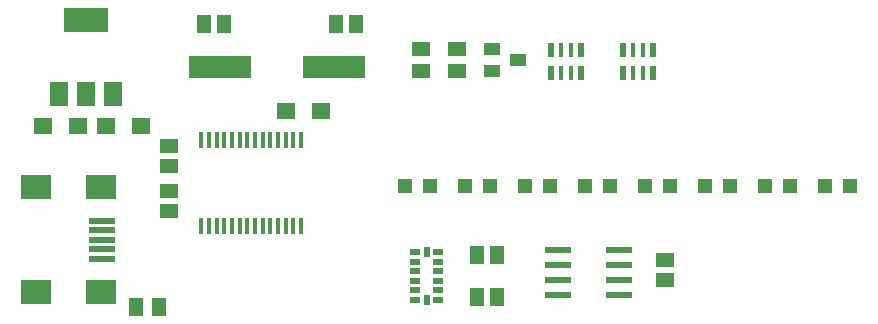
<source format=gbr>
G04 EAGLE Gerber RS-274X export*
G75*
%MOMM*%
%FSLAX34Y34*%
%LPD*%
%INSolderpaste Top*%
%IPPOS*%
%AMOC8*
5,1,8,0,0,1.08239X$1,22.5*%
G01*
%ADD10R,1.300000X1.500000*%
%ADD11R,2.500000X2.000000*%
%ADD12R,2.300000X0.500000*%
%ADD13R,1.500000X2.000000*%
%ADD14R,3.800000X2.000000*%
%ADD15R,1.600000X1.400000*%
%ADD16R,0.900000X0.600000*%
%ADD17R,0.600000X0.900000*%
%ADD18R,0.348000X1.397000*%
%ADD19R,5.334000X1.930400*%
%ADD20R,1.500000X1.300000*%
%ADD21R,0.440000X1.150000*%
%ADD22R,0.630000X1.150000*%
%ADD23R,1.200000X1.200000*%
%ADD24R,2.200000X0.600000*%
%ADD25R,1.400000X1.000000*%


D10*
X131420Y34290D03*
X112420Y34290D03*
D11*
X82150Y46940D03*
X82150Y135940D03*
X27150Y46940D03*
X27150Y135940D03*
D12*
X83150Y91440D03*
X83150Y83440D03*
X83150Y99440D03*
X83150Y107440D03*
X83150Y75440D03*
D13*
X46850Y214880D03*
X69850Y214880D03*
X92850Y214880D03*
D14*
X69850Y277880D03*
D15*
X86600Y187960D03*
X116600Y187960D03*
X63260Y187960D03*
X33260Y187960D03*
D16*
X368140Y40960D03*
X368140Y48960D03*
X368140Y56960D03*
X368140Y64960D03*
X368140Y72960D03*
X368140Y80960D03*
D17*
X358140Y80960D03*
D16*
X348140Y80960D03*
X348140Y72960D03*
X348140Y64960D03*
X348140Y56960D03*
X348140Y48960D03*
X348140Y40960D03*
D17*
X358140Y40960D03*
D18*
X251800Y103140D03*
X245300Y103140D03*
X238800Y103140D03*
X232300Y103140D03*
X225800Y103140D03*
X219300Y103140D03*
X212800Y103140D03*
X199800Y103140D03*
X206300Y103140D03*
X193300Y103140D03*
X186800Y103140D03*
X180300Y103140D03*
X173800Y103140D03*
X167300Y103140D03*
X251800Y176260D03*
X245300Y176260D03*
X238800Y176260D03*
X232300Y176260D03*
X225800Y176260D03*
X219300Y176260D03*
X212800Y176260D03*
X206300Y176260D03*
X199800Y176260D03*
X193300Y176260D03*
X186800Y176260D03*
X180300Y176260D03*
X173800Y176260D03*
X167300Y176260D03*
D15*
X239000Y200660D03*
X269000Y200660D03*
D19*
X279400Y237490D03*
X182880Y237490D03*
D10*
X298060Y274320D03*
X281060Y274320D03*
X169300Y274320D03*
X186300Y274320D03*
D20*
X139700Y171060D03*
X139700Y154060D03*
X139700Y115960D03*
X139700Y132960D03*
D10*
X400440Y43180D03*
X417440Y43180D03*
X400440Y78740D03*
X417440Y78740D03*
D21*
X533210Y252320D03*
X541210Y252320D03*
X541210Y232820D03*
X533210Y232820D03*
D22*
X550160Y252320D03*
X550160Y232820D03*
X524260Y232820D03*
X524260Y252320D03*
D21*
X472250Y252320D03*
X480250Y252320D03*
X480250Y232820D03*
X472250Y232820D03*
D22*
X489200Y252320D03*
X489200Y232820D03*
X463300Y232820D03*
X463300Y252320D03*
D23*
X340020Y137160D03*
X361020Y137160D03*
X390820Y137160D03*
X411820Y137160D03*
X441620Y137160D03*
X462620Y137160D03*
X492420Y137160D03*
X513420Y137160D03*
X543220Y137160D03*
X564220Y137160D03*
X594020Y137160D03*
X615020Y137160D03*
X644820Y137160D03*
X665820Y137160D03*
X695620Y137160D03*
X716620Y137160D03*
D20*
X560070Y74540D03*
X560070Y57540D03*
D24*
X469300Y69850D03*
X521300Y69850D03*
X469300Y82550D03*
X469300Y57150D03*
X469300Y44450D03*
X521300Y82550D03*
X521300Y57150D03*
X521300Y44450D03*
D25*
X435180Y243840D03*
X413180Y234340D03*
X413180Y253340D03*
D20*
X353060Y253340D03*
X353060Y234340D03*
X383540Y253340D03*
X383540Y234340D03*
M02*

</source>
